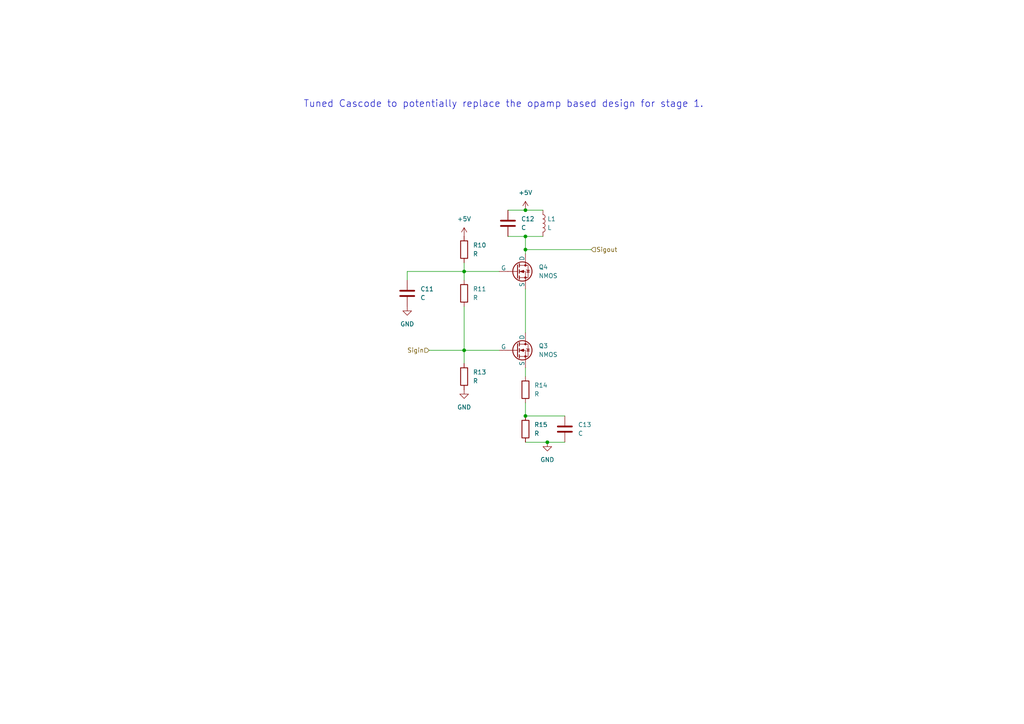
<source format=kicad_sch>
(kicad_sch (version 20250114) (generator "eeschema") (generator_version "9.0")
  (paper "A4")
  (lib_symbols
    (symbol "Device:C" (pin_numbers (hide yes)) (pin_names (offset 0.254))
      (property "Reference" "C" (at 0.635 2.54 0))
      (property "Value" "C" (at 0.635 -2.54 0))
      (symbol "C_0_1"
        (polyline (pts (xy -2.032 0.762) (xy 2.032 0.762)) (stroke (width 0.508)))
        (polyline (pts (xy -2.032 -0.762) (xy 2.032 -0.762)) (stroke (width 0.508)))
      )
      (symbol "C_1_1"
        (pin passive line (at 0 3.81 270) (length 2.794) (name "~") (number "1"))
        (pin passive line (at 0 -3.81 90) (length 2.794) (name "~") (number "2"))
      )
    )
    (symbol "Device:L" (pin_numbers (hide yes)) (pin_names (offset 1.016) (hide yes))
      (property "Reference" "L" (at -1.27 0 90))
      (property "Value" "L" (at 1.905 0 90))
      (symbol "L_0_1"
        (arc (start 0 2.54) (mid 0.6323 1.905) (end 0 1.27))
        (arc (start 0 1.27) (mid 0.6323 0.635) (end 0 0))
        (arc (start 0 0) (mid 0.6323 -0.635) (end 0 -1.27))
        (arc (start 0 -1.27) (mid 0.6323 -1.905) (end 0 -2.54))
      )
      (symbol "L_1_1"
        (pin passive line (at 0 3.81 270) (length 1.27) (name "1") (number "1"))
        (pin passive line (at 0 -3.81 90) (length 1.27) (name "2") (number "2"))
      )
    )
    (symbol "Device:R" (pin_numbers (hide yes)) (pin_names (offset 0))
      (property "Reference" "R" (at 2.032 0 90))
      (property "Value" "R" (at 0 0 90))
      (symbol "R_0_1"
        (rectangle (start -1.016 -2.54) (end 1.016 2.54) (stroke (width 0.254)))
      )
      (symbol "R_1_1"
        (pin passive line (at 0 3.81 270) (length 1.27) (name "~") (number "1"))
        (pin passive line (at 0 -3.81 90) (length 1.27) (name "~") (number "2"))
      )
    )
    (symbol "Simulation_SPICE:NMOS" (pin_numbers (hide yes)) (pin_names (offset 0))
      (property "Reference" "Q" (at 5.08 1.27 0))
      (property "Value" "NMOS" (at 5.08 -1.27 0))
      (symbol "NMOS_0_1"
        (polyline (pts (xy 0.254 1.905) (xy 0.254 -1.905)) (stroke (width 0.254)))
        (polyline (pts (xy 0.254 0) (xy -2.54 0)))
        (polyline (pts (xy 0.762 2.286) (xy 0.762 1.27)) (stroke (width 0.254)))
        (polyline (pts (xy 0.762 0.508) (xy 0.762 -0.508)) (stroke (width 0.254)))
        (polyline (pts (xy 0.762 -1.27) (xy 0.762 -2.286)) (stroke (width 0.254)))
        (polyline (pts (xy 0.762 -1.778) (xy 3.302 -1.778) (xy 3.302 1.778) (xy 0.762 1.778)))
        (polyline (pts (xy 1.016 0) (xy 2.032 0.381) (xy 2.032 -0.381) (xy 1.016 0)) (fill (type outline)))
        (circle (center 1.651 0) (radius 2.794) (stroke (width 0.254)))
        (polyline (pts (xy 2.54 2.54) (xy 2.54 1.778)))
        (circle (center 2.54 1.778) (radius 0.254) (fill (type outline)))
        (circle (center 2.54 -1.778) (radius 0.254) (fill (type outline)))
        (polyline (pts (xy 2.54 -2.54) (xy 2.54 0) (xy 0.762 0)))
        (polyline (pts (xy 2.794 0.508) (xy 2.921 0.381) (xy 3.683 0.381) (xy 3.81 0.254)))
        (polyline (pts (xy 3.302 0.381) (xy 2.921 -0.254) (xy 3.683 -0.254) (xy 3.302 0.381)))
      )
      (symbol "NMOS_1_1"
        (pin input line (at -5.08 0 0) (length 2.54) (name "G") (number "2"))
        (pin passive line (at 2.54 5.08 270) (length 2.54) (name "D") (number "1"))
        (pin passive line (at 2.54 -5.08 90) (length 2.54) (name "S") (number "3"))
      )
    )
    (symbol "power:+5V" (power) (pin_numbers (hide yes)) (pin_names (offset 0) (hide yes))
      (property "Value" "+5V" (at 0 3.556 0))
      (symbol "+5V_0_1"
        (polyline (pts (xy -0.762 1.27) (xy 0 2.54)))
        (polyline (pts (xy 0 2.54) (xy 0.762 1.27)))
        (polyline (pts (xy 0 0) (xy 0 2.54)))
      )
      (symbol "+5V_1_1"
        (pin power_in line (at 0 0 90) (length 0) (name "~") (number "1"))
      )
    )
    (symbol "power:GND" (power) (pin_numbers (hide yes)) (pin_names (offset 0) (hide yes))
      (property "Value" "GND" (at 0 -3.81 0))
      (symbol "GND_0_1"
        (polyline (pts (xy 0 0) (xy 0 -1.27) (xy 1.27 -1.27) (xy 0 -2.54) (xy -1.27 -1.27) (xy 0 -1.27)))
      )
      (symbol "GND_1_1"
        (pin power_in line (at 0 0 270) (length 0) (name "~") (number "1"))
      )
    )
  )
  (text "Tuned Cascode to potentially replace the opamp based design for stage 1." (at 146.05 30.226 0) (effects (font (size 2 2))))
  (junction (at 134.62 101.6))
  (junction (at 152.4 60.96))
  (junction (at 152.4 68.58))
  (junction (at 134.62 78.74))
  (junction (at 152.4 72.39))
  (junction (at 152.4 120.65))
  (junction (at 158.75 128.27))
  (wire (pts (xy 134.62 78.74) (xy 144.78 78.74)))
  (wire (pts (xy 152.4 68.58) (xy 152.4 72.39)))
  (wire (pts (xy 124.46 101.6) (xy 134.62 101.6)))
  (wire (pts (xy 134.62 76.2) (xy 134.62 78.74)))
  (wire (pts (xy 152.4 83.82) (xy 152.4 96.52)))
  (wire (pts (xy 134.62 101.6) (xy 144.78 101.6)))
  (wire (pts (xy 134.62 78.74) (xy 134.62 81.28)))
  (wire (pts (xy 134.62 88.9) (xy 134.62 101.6)))
  (wire (pts (xy 147.32 68.58) (xy 152.4 68.58)))
  (wire (pts (xy 152.4 72.39) (xy 152.4 73.66)))
  (wire (pts (xy 118.11 81.28) (xy 118.11 78.74)))
  (wire (pts (xy 152.4 116.84) (xy 152.4 120.65)))
  (wire (pts (xy 152.4 60.96) (xy 157.48 60.96)))
  (wire (pts (xy 158.75 128.27) (xy 163.83 128.27)))
  (wire (pts (xy 152.4 106.68) (xy 152.4 109.22)))
  (wire (pts (xy 152.4 72.39) (xy 171.45 72.39)))
  (wire (pts (xy 152.4 68.58) (xy 157.48 68.58)))
  (wire (pts (xy 118.11 78.74) (xy 134.62 78.74)))
  (wire (pts (xy 152.4 128.27) (xy 158.75 128.27)))
  (wire (pts (xy 134.62 101.6) (xy 134.62 105.41)))
  (wire (pts (xy 152.4 120.65) (xy 163.83 120.65)))
  (wire (pts (xy 147.32 60.96) (xy 152.4 60.96)))
  (hierarchical_label "Sigout" (shape input) (at 171.45 72.39 0))
  (hierarchical_label "Sigin" (shape input) (at 124.46 101.6 180))
  (symbol (lib_id "power:GND") (at 118.11 88.9 0) (unit 1) (exclude_from_sim yes)
    (property "Reference" "#PWR031" (effects (hide yes)))
    (property "Value" "GND" (at 118.11 93.98 0))
    (property "Description" "Power symbol creates a global label with name \"GND\" , ground" (effects (hide yes)))
  )
  (symbol (lib_id "Simulation_SPICE:NMOS") (at 149.86 101.6 0) (unit 1) (exclude_from_sim yes)
    (property "Reference" "Q3" (at 156.21 100.3299 0) (effects (justify left)))
    (property "Value" "NMOS" (at 156.21 102.8699 0) (effects (justify left)))
    (property "Datasheet" "https://ngspice.sourceforge.io/docs/ngspice-html-manual/manual.xhtml#cha_MOSFETs" (effects (hide yes)))
    (property "Description" "N-MOSFET transistor, drain/source/gate" (effects (hide yes)))
    (property "Sim.Device" "NMOS" (effects (hide yes)))
    (property "Sim.Type" "VDMOS" (effects (hide yes)))
    (property "Sim.Pins" "1=D 2=G 3=S" (effects (hide yes)))
  )
  (symbol (lib_id "Device:C") (at 118.11 85.09 0) (unit 1) (exclude_from_sim yes)
    (property "Reference" "C11" (at 121.92 83.8199 0) (effects (justify left)))
    (property "Value" "C" (at 121.92 86.3599 0) (effects (justify left)))
    (property "Description" "Unpolarized capacitor" (effects (hide yes)))
  )
  (symbol (lib_id "Device:C") (at 147.32 64.77 0) (unit 1) (exclude_from_sim yes)
    (property "Reference" "C12" (at 151.13 63.4999 0) (effects (justify left)))
    (property "Value" "C" (at 151.13 66.0399 0) (effects (justify left)))
    (property "Description" "Unpolarized capacitor" (effects (hide yes)))
  )
  (symbol (lib_id "Simulation_SPICE:NMOS") (at 149.86 78.74 0) (unit 1) (exclude_from_sim yes)
    (property "Reference" "Q4" (at 156.21 77.4699 0) (effects (justify left)))
    (property "Value" "NMOS" (at 156.21 80.0099 0) (effects (justify left)))
    (property "Datasheet" "https://ngspice.sourceforge.io/docs/ngspice-html-manual/manual.xhtml#cha_MOSFETs" (effects (hide yes)))
    (property "Description" "N-MOSFET transistor, drain/source/gate" (effects (hide yes)))
    (property "Sim.Device" "NMOS" (effects (hide yes)))
    (property "Sim.Type" "VDMOS" (effects (hide yes)))
    (property "Sim.Pins" "1=D 2=G 3=S" (effects (hide yes)))
  )
  (symbol (lib_id "Device:C") (at 163.83 124.46 0) (unit 1) (exclude_from_sim yes)
    (property "Reference" "C13" (at 167.64 123.1899 0) (effects (justify left)))
    (property "Value" "C" (at 167.64 125.7299 0) (effects (justify left)))
    (property "Description" "Unpolarized capacitor" (effects (hide yes)))
  )
  (symbol (lib_id "Device:R") (at 134.62 109.22 0) (unit 1) (exclude_from_sim yes)
    (property "Reference" "R13" (at 137.16 107.9499 0) (effects (justify left)))
    (property "Value" "R" (at 137.16 110.4899 0) (effects (justify left)))
    (property "Description" "Resistor" (effects (hide yes)))
  )
  (symbol (lib_id "Device:R") (at 152.4 124.46 0) (unit 1) (exclude_from_sim yes)
    (property "Reference" "R15" (at 154.94 123.1899 0) (effects (justify left)))
    (property "Value" "R" (at 154.94 125.7299 0) (effects (justify left)))
    (property "Description" "Resistor" (effects (hide yes)))
  )
  (symbol (lib_id "power:GND") (at 158.75 128.27 0) (unit 1) (exclude_from_sim yes)
    (property "Reference" "#PWR034" (effects (hide yes)))
    (property "Value" "GND" (at 158.75 133.35 0))
    (property "Description" "Power symbol creates a global label with name \"GND\" , ground" (effects (hide yes)))
  )
  (symbol (lib_id "Device:L") (at 157.48 64.77 0) (unit 1) (exclude_from_sim yes)
    (property "Reference" "L1" (at 158.75 63.4999 0) (effects (justify left)))
    (property "Value" "L" (at 158.75 66.0399 0) (effects (justify left)))
    (property "Description" "Inductor" (effects (hide yes)))
  )
  (symbol (lib_id "power:+5V") (at 152.4 60.96 0) (unit 1) (exclude_from_sim yes)
    (property "Reference" "#PWR033" (effects (hide yes)))
    (property "Value" "+5V" (at 152.4 55.88 0))
    (property "Description" "Power symbol creates a global label with name \"+5V\"" (effects (hide yes)))
  )
  (symbol (lib_id "Device:R") (at 134.62 85.09 0) (unit 1) (exclude_from_sim yes)
    (property "Reference" "R11" (at 137.16 83.8199 0) (effects (justify left)))
    (property "Value" "R" (at 137.16 86.3599 0) (effects (justify left)))
    (property "Description" "Resistor" (effects (hide yes)))
  )
  (symbol (lib_id "power:+5V") (at 134.62 68.58 0) (unit 1) (exclude_from_sim yes)
    (property "Reference" "#PWR032" (effects (hide yes)))
    (property "Value" "+5V" (at 134.62 63.5 0))
    (property "Description" "Power symbol creates a global label with name \"+5V\"" (effects (hide yes)))
  )
  (symbol (lib_id "Device:R") (at 134.62 72.39 0) (unit 1) (exclude_from_sim yes)
    (property "Reference" "R10" (at 137.16 71.1199 0) (effects (justify left)))
    (property "Value" "R" (at 137.16 73.6599 0) (effects (justify left)))
    (property "Description" "Resistor" (effects (hide yes)))
  )
  (symbol (lib_id "power:GND") (at 134.62 113.03 0) (unit 1) (exclude_from_sim yes)
    (property "Reference" "#PWR030" (effects (hide yes)))
    (property "Value" "GND" (at 134.62 118.11 0))
    (property "Description" "Power symbol creates a global label with name \"GND\" , ground" (effects (hide yes)))
  )
  (symbol (lib_id "Device:R") (at 152.4 113.03 0) (unit 1) (exclude_from_sim yes)
    (property "Reference" "R14" (at 154.94 111.7599 0) (effects (justify left)))
    (property "Value" "R" (at 154.94 114.2999 0) (effects (justify left)))
    (property "Description" "Resistor" (effects (hide yes)))
  )
)
</source>
